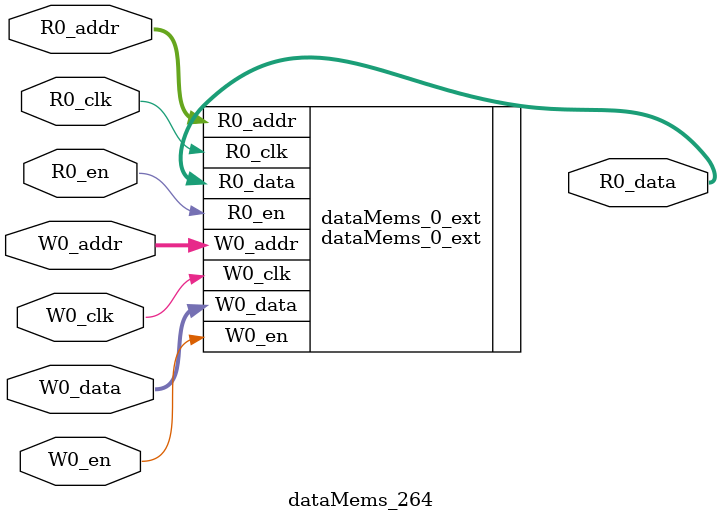
<source format=sv>
`ifndef RANDOMIZE
  `ifdef RANDOMIZE_REG_INIT
    `define RANDOMIZE
  `endif // RANDOMIZE_REG_INIT
`endif // not def RANDOMIZE
`ifndef RANDOMIZE
  `ifdef RANDOMIZE_MEM_INIT
    `define RANDOMIZE
  `endif // RANDOMIZE_MEM_INIT
`endif // not def RANDOMIZE

`ifndef RANDOM
  `define RANDOM $random
`endif // not def RANDOM

// Users can define 'PRINTF_COND' to add an extra gate to prints.
`ifndef PRINTF_COND_
  `ifdef PRINTF_COND
    `define PRINTF_COND_ (`PRINTF_COND)
  `else  // PRINTF_COND
    `define PRINTF_COND_ 1
  `endif // PRINTF_COND
`endif // not def PRINTF_COND_

// Users can define 'ASSERT_VERBOSE_COND' to add an extra gate to assert error printing.
`ifndef ASSERT_VERBOSE_COND_
  `ifdef ASSERT_VERBOSE_COND
    `define ASSERT_VERBOSE_COND_ (`ASSERT_VERBOSE_COND)
  `else  // ASSERT_VERBOSE_COND
    `define ASSERT_VERBOSE_COND_ 1
  `endif // ASSERT_VERBOSE_COND
`endif // not def ASSERT_VERBOSE_COND_

// Users can define 'STOP_COND' to add an extra gate to stop conditions.
`ifndef STOP_COND_
  `ifdef STOP_COND
    `define STOP_COND_ (`STOP_COND)
  `else  // STOP_COND
    `define STOP_COND_ 1
  `endif // STOP_COND
`endif // not def STOP_COND_

// Users can define INIT_RANDOM as general code that gets injected into the
// initializer block for modules with registers.
`ifndef INIT_RANDOM
  `define INIT_RANDOM
`endif // not def INIT_RANDOM

// If using random initialization, you can also define RANDOMIZE_DELAY to
// customize the delay used, otherwise 0.002 is used.
`ifndef RANDOMIZE_DELAY
  `define RANDOMIZE_DELAY 0.002
`endif // not def RANDOMIZE_DELAY

// Define INIT_RANDOM_PROLOG_ for use in our modules below.
`ifndef INIT_RANDOM_PROLOG_
  `ifdef RANDOMIZE
    `ifdef VERILATOR
      `define INIT_RANDOM_PROLOG_ `INIT_RANDOM
    `else  // VERILATOR
      `define INIT_RANDOM_PROLOG_ `INIT_RANDOM #`RANDOMIZE_DELAY begin end
    `endif // VERILATOR
  `else  // RANDOMIZE
    `define INIT_RANDOM_PROLOG_
  `endif // RANDOMIZE
`endif // not def INIT_RANDOM_PROLOG_

// Include register initializers in init blocks unless synthesis is set
`ifndef SYNTHESIS
  `ifndef ENABLE_INITIAL_REG_
    `define ENABLE_INITIAL_REG_
  `endif // not def ENABLE_INITIAL_REG_
`endif // not def SYNTHESIS

// Include rmemory initializers in init blocks unless synthesis is set
`ifndef SYNTHESIS
  `ifndef ENABLE_INITIAL_MEM_
    `define ENABLE_INITIAL_MEM_
  `endif // not def ENABLE_INITIAL_MEM_
`endif // not def SYNTHESIS

module dataMems_264(	// @[generators/ara/src/main/scala/UnsafeAXI4ToTL.scala:365:62]
  input  [4:0]  R0_addr,
  input         R0_en,
  input         R0_clk,
  output [66:0] R0_data,
  input  [4:0]  W0_addr,
  input         W0_en,
  input         W0_clk,
  input  [66:0] W0_data
);

  dataMems_0_ext dataMems_0_ext (	// @[generators/ara/src/main/scala/UnsafeAXI4ToTL.scala:365:62]
    .R0_addr (R0_addr),
    .R0_en   (R0_en),
    .R0_clk  (R0_clk),
    .R0_data (R0_data),
    .W0_addr (W0_addr),
    .W0_en   (W0_en),
    .W0_clk  (W0_clk),
    .W0_data (W0_data)
  );
endmodule


</source>
